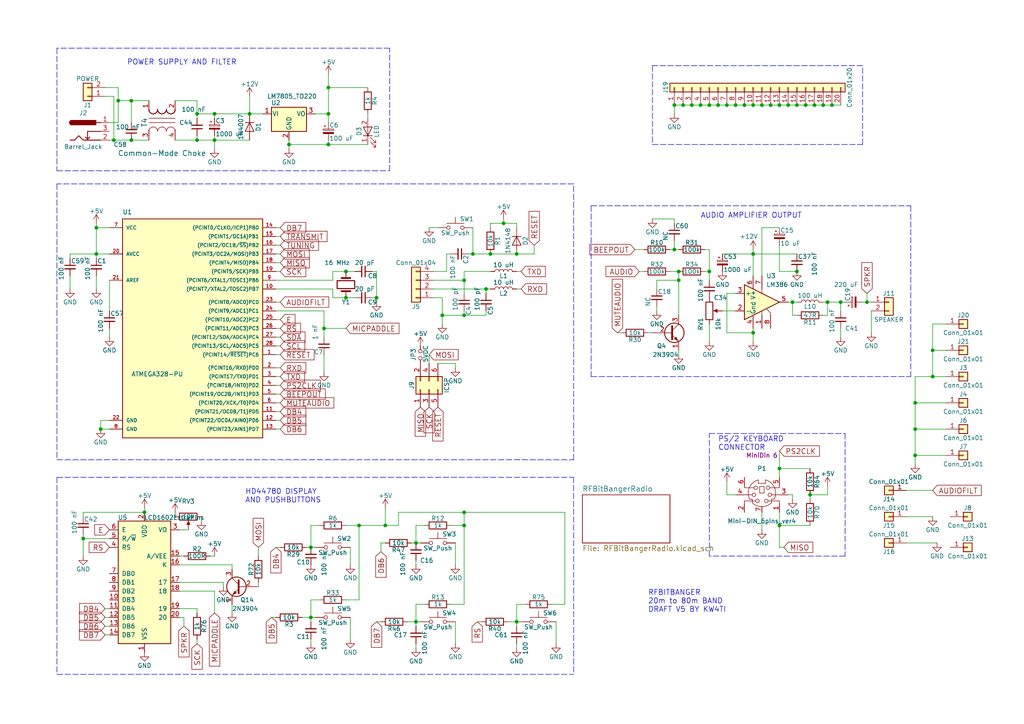
<source format=kicad_sch>
(kicad_sch (version 20211123) (generator eeschema)
  (paper "A4")
  (junction (at 265.43 116.84))
  (junction (at 198.12 30.48))
  (junction (at 265.43 132.08))
  (junction (at 100.33 78.74))
  (junction (at 195.58 30.48))
  (junction (at 120.65 157.48))
  (junction (at 231.14 78.74))
  (junction (at 218.44 30.48))
  (junction (at 251.46 87.63))
  (junction (at 134.62 91.44))
  (junction (at 270.51 109.22))
  (junction (at 218.44 96.52))
  (junction (at 270.51 101.6))
  (junction (at 83.82 41.91))
  (junction (at 72.39 33.02))
  (junction (at 34.29 29.21))
  (junction (at 27.94 73.66))
  (junction (at 57.15 40.64))
  (junction (at 226.06 135.89))
  (junction (at 95.25 41.91))
  (junction (at 146.05 64.77))
  (junction (at 95.25 33.02))
  (junction (at 134.62 148.59))
  (junction (at 241.3 30.48))
  (junction (at 223.52 30.48))
  (junction (at 95.25 25.4))
  (junction (at 218.44 73.66))
  (junction (at 213.36 30.48))
  (junction (at 233.68 30.48))
  (junction (at 38.1 29.21))
  (junction (at 90.17 158.75))
  (junction (at 210.82 30.48))
  (junction (at 149.86 73.66))
  (junction (at 215.9 30.48))
  (junction (at 196.85 78.74))
  (junction (at 231.14 30.48))
  (junction (at 142.24 73.66))
  (junction (at 109.22 86.36))
  (junction (at 38.1 40.64))
  (junction (at 236.22 30.48))
  (junction (at 27.94 66.04))
  (junction (at 234.95 143.51))
  (junction (at 128.27 91.44))
  (junction (at 120.65 180.34))
  (junction (at 205.74 30.48))
  (junction (at 220.98 30.48))
  (junction (at 196.85 81.28))
  (junction (at 240.03 87.63))
  (junction (at 57.15 33.02))
  (junction (at 62.23 40.64))
  (junction (at 100.33 86.36))
  (junction (at 203.2 30.48))
  (junction (at 208.28 30.48))
  (junction (at 200.66 30.48))
  (junction (at 134.62 81.28))
  (junction (at 41.91 148.59))
  (junction (at 205.74 78.74))
  (junction (at 104.14 152.4))
  (junction (at 265.43 124.46))
  (junction (at 195.58 72.39))
  (junction (at 226.06 30.48))
  (junction (at 62.23 33.02))
  (junction (at 243.84 87.63))
  (junction (at 111.76 152.4))
  (junction (at 238.76 30.48))
  (junction (at 137.16 73.66))
  (junction (at 33.02 40.64))
  (junction (at 229.87 87.63))
  (junction (at 149.86 180.34))
  (junction (at 226.06 152.4))
  (junction (at 90.17 179.07))
  (junction (at 24.13 156.21))
  (junction (at 140.97 83.82))
  (junction (at 228.6 30.48))
  (junction (at 134.62 152.4))
  (junction (at 29.21 124.46))
  (junction (at 93.98 95.25))
  (wire (pts (xy 231.14 30.48) (xy 233.68 30.48)))
  (polyline (pts (xy 189.23 41.91) (xy 250.19 41.91)))
  (wire (pts (xy 229.87 91.44) (xy 231.14 91.44)))
  (wire (pts (xy 57.15 29.21) (xy 57.15 33.02)))
  (wire (pts (xy 120.65 157.48) (xy 121.92 157.48)))
  (wire (pts (xy 81.28 95.25) (xy 80.01 95.25)))
  (wire (pts (xy 57.15 40.64) (xy 57.15 39.37)))
  (wire (pts (xy 95.25 40.64) (xy 95.25 41.91)))
  (wire (pts (xy 27.94 73.66) (xy 27.94 74.93)))
  (wire (pts (xy 195.58 63.5) (xy 195.58 64.77)))
  (wire (pts (xy 111.76 152.4) (xy 111.76 147.32)))
  (wire (pts (xy 228.6 87.63) (xy 229.87 87.63)))
  (wire (pts (xy 96.52 83.82) (xy 80.01 83.82)))
  (wire (pts (xy 210.82 143.51) (xy 213.36 143.51)))
  (wire (pts (xy 24.13 154.94) (xy 24.13 156.21)))
  (wire (pts (xy 163.83 148.59) (xy 163.83 175.26)))
  (wire (pts (xy 203.2 30.48) (xy 205.74 30.48)))
  (wire (pts (xy 106.68 34.29) (xy 106.68 33.02)))
  (wire (pts (xy 226.06 148.59) (xy 226.06 152.4)))
  (wire (pts (xy 189.23 63.5) (xy 195.58 63.5)))
  (polyline (pts (xy 245.11 125.73) (xy 245.11 161.29)))
  (wire (pts (xy 81.28 71.12) (xy 80.01 71.12)))
  (wire (pts (xy 270.51 142.24) (xy 262.89 142.24)))
  (wire (pts (xy 81.28 106.68) (xy 80.01 106.68)))
  (wire (pts (xy 151.13 78.74) (xy 149.86 78.74)))
  (wire (pts (xy 58.42 151.13) (xy 58.42 149.86)))
  (wire (pts (xy 226.06 152.4) (xy 226.06 158.75)))
  (wire (pts (xy 265.43 124.46) (xy 265.43 132.08)))
  (wire (pts (xy 52.07 168.91) (xy 64.77 168.91)))
  (wire (pts (xy 90.17 158.75) (xy 90.17 152.4)))
  (wire (pts (xy 81.28 78.74) (xy 80.01 78.74)))
  (wire (pts (xy 38.1 40.64) (xy 43.18 40.64)))
  (wire (pts (xy 62.23 40.64) (xy 72.39 40.64)))
  (wire (pts (xy 62.23 39.37) (xy 62.23 40.64)))
  (wire (pts (xy 152.4 175.26) (xy 149.86 175.26)))
  (wire (pts (xy 243.84 87.63) (xy 243.84 90.17)))
  (wire (pts (xy 106.68 25.4) (xy 95.25 25.4)))
  (wire (pts (xy 120.65 175.26) (xy 120.65 180.34)))
  (wire (pts (xy 130.81 73.66) (xy 129.54 73.66)))
  (wire (pts (xy 20.32 83.82) (xy 20.32 80.01)))
  (wire (pts (xy 205.74 93.98) (xy 205.74 99.06)))
  (wire (pts (xy 194.31 72.39) (xy 195.58 72.39)))
  (wire (pts (xy 29.21 121.92) (xy 31.75 121.92)))
  (wire (pts (xy 90.17 179.07) (xy 90.17 180.34)))
  (wire (pts (xy 270.51 93.98) (xy 270.51 101.6)))
  (wire (pts (xy 234.95 143.51) (xy 234.95 144.78)))
  (wire (pts (xy 274.32 101.6) (xy 270.51 101.6)))
  (wire (pts (xy 240.03 87.63) (xy 240.03 91.44)))
  (wire (pts (xy 72.39 33.02) (xy 76.2 33.02)))
  (wire (pts (xy 118.11 180.34) (xy 120.65 180.34)))
  (wire (pts (xy 81.28 73.66) (xy 80.01 73.66)))
  (wire (pts (xy 132.08 180.34) (xy 132.08 186.69)))
  (polyline (pts (xy 113.03 13.97) (xy 16.51 13.97)))
  (wire (pts (xy 34.29 29.21) (xy 34.29 35.56)))
  (wire (pts (xy 233.68 30.48) (xy 236.22 30.48)))
  (wire (pts (xy 90.17 152.4) (xy 92.71 152.4)))
  (wire (pts (xy 67.31 163.83) (xy 67.31 165.1)))
  (wire (pts (xy 30.48 27.94) (xy 33.02 27.94)))
  (wire (pts (xy 38.1 29.21) (xy 43.18 29.21)))
  (wire (pts (xy 236.22 30.48) (xy 238.76 30.48)))
  (wire (pts (xy 120.65 152.4) (xy 123.19 152.4)))
  (wire (pts (xy 196.85 81.28) (xy 196.85 91.44)))
  (wire (pts (xy 243.84 87.63) (xy 245.11 87.63)))
  (wire (pts (xy 134.62 78.74) (xy 134.62 81.28)))
  (wire (pts (xy 243.84 97.79) (xy 243.84 95.25)))
  (wire (pts (xy 111.76 152.4) (xy 115.57 152.4)))
  (wire (pts (xy 163.83 175.26) (xy 160.02 175.26)))
  (wire (pts (xy 142.24 73.66) (xy 149.86 73.66)))
  (polyline (pts (xy 16.51 13.97) (xy 16.51 49.53)))
  (wire (pts (xy 29.21 124.46) (xy 29.21 121.92)))
  (wire (pts (xy 31.75 40.64) (xy 33.02 40.64)))
  (polyline (pts (xy 171.45 59.69) (xy 171.45 109.22)))
  (wire (pts (xy 189.23 96.52) (xy 187.96 96.52)))
  (wire (pts (xy 270.51 149.86) (xy 262.89 149.86)))
  (wire (pts (xy 54.61 153.67) (xy 52.07 153.67)))
  (wire (pts (xy 31.75 181.61) (xy 30.48 181.61)))
  (wire (pts (xy 93.98 95.25) (xy 93.98 97.79)))
  (wire (pts (xy 24.13 148.59) (xy 24.13 149.86)))
  (wire (pts (xy 200.66 30.48) (xy 203.2 30.48)))
  (wire (pts (xy 226.06 71.12) (xy 226.06 78.74)))
  (wire (pts (xy 41.91 147.32) (xy 41.91 148.59)))
  (wire (pts (xy 104.14 152.4) (xy 104.14 173.99)))
  (wire (pts (xy 210.82 96.52) (xy 218.44 96.52)))
  (wire (pts (xy 93.98 95.25) (xy 100.33 95.25)))
  (wire (pts (xy 215.9 30.48) (xy 218.44 30.48)))
  (wire (pts (xy 53.34 181.61) (xy 53.34 179.07)))
  (wire (pts (xy 129.54 78.74) (xy 125.73 78.74)))
  (wire (pts (xy 186.69 78.74) (xy 185.42 78.74)))
  (wire (pts (xy 120.65 187.96) (xy 120.65 186.69)))
  (polyline (pts (xy 16.51 195.58) (xy 166.37 195.58)))
  (wire (pts (xy 218.44 73.66) (xy 231.14 73.66)))
  (wire (pts (xy 198.12 30.48) (xy 200.66 30.48)))
  (wire (pts (xy 139.7 180.34) (xy 138.43 180.34)))
  (wire (pts (xy 57.15 33.02) (xy 62.23 33.02)))
  (wire (pts (xy 81.28 102.87) (xy 80.01 102.87)))
  (wire (pts (xy 265.43 132.08) (xy 265.43 134.62)))
  (wire (pts (xy 195.58 33.02) (xy 195.58 30.48)))
  (polyline (pts (xy 171.45 109.22) (xy 264.16 109.22)))
  (wire (pts (xy 129.54 73.66) (xy 129.54 78.74)))
  (wire (pts (xy 67.31 177.8) (xy 67.31 175.26)))
  (wire (pts (xy 104.14 152.4) (xy 111.76 152.4)))
  (wire (pts (xy 238.76 87.63) (xy 240.03 87.63)))
  (wire (pts (xy 52.07 163.83) (xy 67.31 163.83)))
  (wire (pts (xy 265.43 116.84) (xy 265.43 124.46)))
  (wire (pts (xy 128.27 86.36) (xy 128.27 91.44)))
  (wire (pts (xy 137.16 73.66) (xy 142.24 73.66)))
  (wire (pts (xy 57.15 185.42) (xy 57.15 186.69)))
  (wire (pts (xy 146.05 63.5) (xy 146.05 64.77)))
  (wire (pts (xy 218.44 72.39) (xy 218.44 73.66)))
  (wire (pts (xy 81.28 111.76) (xy 80.01 111.76)))
  (polyline (pts (xy 16.51 138.43) (xy 166.37 138.43)))
  (wire (pts (xy 104.14 173.99) (xy 100.33 173.99)))
  (wire (pts (xy 226.06 158.75) (xy 227.33 158.75)))
  (polyline (pts (xy 245.11 161.29) (xy 205.74 161.29)))
  (wire (pts (xy 241.3 30.48) (xy 243.84 30.48)))
  (wire (pts (xy 81.28 87.63) (xy 80.01 87.63)))
  (wire (pts (xy 195.58 30.48) (xy 198.12 30.48)))
  (wire (pts (xy 81.28 66.04) (xy 80.01 66.04)))
  (wire (pts (xy 81.28 68.58) (xy 80.01 68.58)))
  (wire (pts (xy 132.08 105.41) (xy 132.08 106.68)))
  (wire (pts (xy 95.25 33.02) (xy 95.25 35.56)))
  (wire (pts (xy 186.69 72.39) (xy 184.15 72.39)))
  (wire (pts (xy 50.8 148.59) (xy 50.8 149.86)))
  (wire (pts (xy 210.82 143.51) (xy 210.82 139.7)))
  (wire (pts (xy 274.32 132.08) (xy 265.43 132.08)))
  (wire (pts (xy 115.57 148.59) (xy 134.62 148.59)))
  (wire (pts (xy 128.27 91.44) (xy 134.62 91.44)))
  (wire (pts (xy 146.05 64.77) (xy 149.86 64.77)))
  (wire (pts (xy 119.38 157.48) (xy 120.65 157.48)))
  (wire (pts (xy 20.32 74.93) (xy 20.32 73.66)))
  (wire (pts (xy 93.98 107.95) (xy 93.98 102.87)))
  (wire (pts (xy 81.28 119.38) (xy 80.01 119.38)))
  (wire (pts (xy 100.33 78.74) (xy 102.87 78.74)))
  (wire (pts (xy 134.62 90.17) (xy 134.62 91.44)))
  (wire (pts (xy 220.98 153.67) (xy 220.98 148.59)))
  (wire (pts (xy 100.33 86.36) (xy 102.87 86.36)))
  (wire (pts (xy 210.82 85.09) (xy 210.82 96.52)))
  (wire (pts (xy 218.44 96.52) (xy 218.44 99.06)))
  (wire (pts (xy 124.46 102.87) (xy 124.46 105.41)))
  (wire (pts (xy 274.32 116.84) (xy 265.43 116.84)))
  (wire (pts (xy 27.94 64.77) (xy 27.94 66.04)))
  (wire (pts (xy 190.5 83.82) (xy 190.5 81.28)))
  (wire (pts (xy 81.28 124.46) (xy 80.01 124.46)))
  (wire (pts (xy 127 105.41) (xy 132.08 105.41)))
  (wire (pts (xy 31.75 95.25) (xy 31.75 97.79)))
  (wire (pts (xy 223.52 30.48) (xy 226.06 30.48)))
  (wire (pts (xy 229.87 87.63) (xy 231.14 87.63)))
  (wire (pts (xy 100.33 152.4) (xy 104.14 152.4)))
  (wire (pts (xy 96.52 86.36) (xy 100.33 86.36)))
  (wire (pts (xy 252.73 96.52) (xy 252.73 90.17)))
  (wire (pts (xy 62.23 161.29) (xy 60.96 161.29)))
  (wire (pts (xy 120.65 163.83) (xy 120.65 162.56)))
  (wire (pts (xy 123.19 175.26) (xy 120.65 175.26)))
  (wire (pts (xy 154.94 73.66) (xy 154.94 71.12)))
  (wire (pts (xy 195.58 69.85) (xy 195.58 72.39)))
  (wire (pts (xy 134.62 175.26) (xy 130.81 175.26)))
  (wire (pts (xy 151.13 83.82) (xy 149.86 83.82)))
  (wire (pts (xy 62.23 33.02) (xy 72.39 33.02)))
  (polyline (pts (xy 166.37 53.34) (xy 16.51 53.34)))
  (wire (pts (xy 161.29 180.34) (xy 161.29 186.69)))
  (polyline (pts (xy 166.37 138.43) (xy 166.37 195.58)))
  (wire (pts (xy 220.98 80.01) (xy 220.98 66.04)))
  (wire (pts (xy 62.23 171.45) (xy 52.07 171.45)))
  (wire (pts (xy 110.49 157.48) (xy 111.76 157.48)))
  (wire (pts (xy 57.15 177.8) (xy 57.15 176.53)))
  (wire (pts (xy 64.77 168.91) (xy 64.77 170.18)))
  (wire (pts (xy 128.27 86.36) (xy 125.73 86.36)))
  (wire (pts (xy 137.16 66.04) (xy 137.16 73.66)))
  (polyline (pts (xy 113.03 49.53) (xy 113.03 13.97)))
  (wire (pts (xy 205.74 30.48) (xy 208.28 30.48)))
  (wire (pts (xy 27.94 80.01) (xy 27.94 83.82)))
  (wire (pts (xy 33.02 27.94) (xy 33.02 40.64)))
  (wire (pts (xy 190.5 81.28) (xy 196.85 81.28)))
  (wire (pts (xy 218.44 95.25) (xy 218.44 96.52)))
  (wire (pts (xy 149.86 64.77) (xy 149.86 66.04)))
  (wire (pts (xy 135.89 73.66) (xy 137.16 73.66)))
  (wire (pts (xy 74.93 158.75) (xy 74.93 161.29)))
  (wire (pts (xy 205.74 72.39) (xy 205.74 78.74)))
  (wire (pts (xy 218.44 30.48) (xy 220.98 30.48)))
  (polyline (pts (xy 171.45 59.69) (xy 264.16 59.69)))
  (wire (pts (xy 226.06 78.74) (xy 231.14 78.74)))
  (wire (pts (xy 208.28 30.48) (xy 210.82 30.48)))
  (wire (pts (xy 238.76 30.48) (xy 241.3 30.48)))
  (wire (pts (xy 81.28 97.79) (xy 80.01 97.79)))
  (wire (pts (xy 109.22 86.36) (xy 109.22 87.63)))
  (wire (pts (xy 74.93 168.91) (xy 74.93 170.18)))
  (wire (pts (xy 134.62 78.74) (xy 142.24 78.74)))
  (wire (pts (xy 134.62 152.4) (xy 134.62 175.26)))
  (wire (pts (xy 274.32 93.98) (xy 270.51 93.98)))
  (wire (pts (xy 96.52 86.36) (xy 96.52 83.82)))
  (wire (pts (xy 34.29 35.56) (xy 31.75 35.56)))
  (wire (pts (xy 250.19 87.63) (xy 251.46 87.63)))
  (wire (pts (xy 90.17 158.75) (xy 91.44 158.75)))
  (wire (pts (xy 265.43 109.22) (xy 270.51 109.22)))
  (wire (pts (xy 226.06 30.48) (xy 228.6 30.48)))
  (wire (pts (xy 92.71 173.99) (xy 90.17 173.99)))
  (wire (pts (xy 229.87 87.63) (xy 229.87 91.44)))
  (wire (pts (xy 81.28 116.84) (xy 80.01 116.84)))
  (wire (pts (xy 226.06 152.4) (xy 234.95 152.4)))
  (wire (pts (xy 30.48 25.4) (xy 34.29 25.4)))
  (wire (pts (xy 62.23 40.64) (xy 62.23 43.18)))
  (wire (pts (xy 128.27 91.44) (xy 128.27 93.98)))
  (wire (pts (xy 30.48 176.53) (xy 31.75 176.53)))
  (wire (pts (xy 218.44 73.66) (xy 218.44 80.01)))
  (wire (pts (xy 120.65 180.34) (xy 120.65 181.61)))
  (wire (pts (xy 226.06 130.81) (xy 226.06 135.89)))
  (wire (pts (xy 180.34 96.52) (xy 179.07 96.52)))
  (wire (pts (xy 83.82 41.91) (xy 95.25 41.91)))
  (wire (pts (xy 101.6 158.75) (xy 101.6 163.83)))
  (wire (pts (xy 226.06 135.89) (xy 226.06 138.43)))
  (wire (pts (xy 81.28 158.75) (xy 80.01 158.75)))
  (wire (pts (xy 81.28 114.3) (xy 80.01 114.3)))
  (wire (pts (xy 53.34 179.07) (xy 52.07 179.07)))
  (polyline (pts (xy 16.51 133.35) (xy 166.37 133.35)))
  (wire (pts (xy 93.98 90.17) (xy 80.01 90.17)))
  (wire (pts (xy 93.98 90.17) (xy 93.98 95.25)))
  (wire (pts (xy 20.32 73.66) (xy 27.94 73.66)))
  (wire (pts (xy 109.22 78.74) (xy 107.95 78.74)))
  (wire (pts (xy 95.25 41.91) (xy 106.68 41.91)))
  (wire (pts (xy 90.17 186.69) (xy 90.17 185.42)))
  (wire (pts (xy 142.24 64.77) (xy 142.24 66.04)))
  (wire (pts (xy 62.23 177.8) (xy 62.23 171.45)))
  (wire (pts (xy 57.15 40.64) (xy 62.23 40.64)))
  (wire (pts (xy 24.13 156.21) (xy 31.75 156.21)))
  (polyline (pts (xy 250.19 19.05) (xy 189.23 19.05)))
  (wire (pts (xy 229.87 144.78) (xy 229.87 143.51)))
  (wire (pts (xy 149.86 187.96) (xy 149.86 186.69)))
  (wire (pts (xy 101.6 179.07) (xy 101.6 185.42)))
  (wire (pts (xy 194.31 78.74) (xy 196.85 78.74)))
  (wire (pts (xy 125.73 83.82) (xy 140.97 83.82)))
  (polyline (pts (xy 16.51 49.53) (xy 113.03 49.53)))
  (wire (pts (xy 209.55 73.66) (xy 218.44 73.66)))
  (wire (pts (xy 88.9 158.75) (xy 90.17 158.75)))
  (wire (pts (xy 81.28 100.33) (xy 80.01 100.33)))
  (wire (pts (xy 147.32 180.34) (xy 149.86 180.34)))
  (wire (pts (xy 229.87 143.51) (xy 228.6 143.51)))
  (wire (pts (xy 57.15 29.21) (xy 50.8 29.21)))
  (wire (pts (xy 83.82 40.64) (xy 83.82 41.91)))
  (wire (pts (xy 90.17 173.99) (xy 90.17 179.07)))
  (wire (pts (xy 34.29 25.4) (xy 34.29 29.21)))
  (wire (pts (xy 195.58 72.39) (xy 196.85 72.39)))
  (polyline (pts (xy 205.74 125.73) (xy 245.11 125.73)))
  (wire (pts (xy 240.03 140.97) (xy 240.03 143.51)))
  (wire (pts (xy 220.98 66.04) (xy 226.06 66.04)))
  (wire (pts (xy 96.52 78.74) (xy 100.33 78.74)))
  (wire (pts (xy 31.75 90.17) (xy 31.75 81.28)))
  (wire (pts (xy 213.36 85.09) (xy 210.82 85.09)))
  (wire (pts (xy 140.97 85.09) (xy 140.97 83.82)))
  (wire (pts (xy 205.74 78.74) (xy 204.47 78.74)))
  (wire (pts (xy 120.65 180.34) (xy 121.92 180.34)))
  (wire (pts (xy 251.46 85.09) (xy 251.46 87.63)))
  (wire (pts (xy 134.62 81.28) (xy 134.62 85.09)))
  (wire (pts (xy 53.34 161.29) (xy 52.07 161.29)))
  (wire (pts (xy 196.85 101.6) (xy 196.85 102.87)))
  (wire (pts (xy 134.62 91.44) (xy 140.97 91.44)))
  (wire (pts (xy 271.78 157.48) (xy 262.89 157.48)))
  (wire (pts (xy 41.91 148.59) (xy 24.13 148.59)))
  (wire (pts (xy 81.28 121.92) (xy 80.01 121.92)))
  (wire (pts (xy 24.13 156.21) (xy 24.13 161.29)))
  (wire (pts (xy 209.55 90.17) (xy 213.36 90.17)))
  (wire (pts (xy 134.62 152.4) (xy 130.81 152.4)))
  (wire (pts (xy 27.94 73.66) (xy 31.75 73.66)))
  (wire (pts (xy 80.01 179.07) (xy 78.74 179.07)))
  (polyline (pts (xy 16.51 138.43) (xy 16.51 195.58)))
  (wire (pts (xy 142.24 64.77) (xy 146.05 64.77)))
  (wire (pts (xy 29.21 124.46) (xy 31.75 124.46)))
  (wire (pts (xy 149.86 180.34) (xy 151.13 180.34)))
  (wire (pts (xy 220.98 30.48) (xy 223.52 30.48)))
  (polyline (pts (xy 189.23 19.05) (xy 189.23 41.91)))
  (wire (pts (xy 27.94 66.04) (xy 31.75 66.04)))
  (wire (pts (xy 83.82 41.91) (xy 83.82 43.18)))
  (wire (pts (xy 62.23 33.02) (xy 62.23 34.29)))
  (wire (pts (xy 226.06 135.89) (xy 234.95 135.89)))
  (wire (pts (xy 110.49 180.34) (xy 109.22 180.34)))
  (wire (pts (xy 107.95 86.36) (xy 109.22 86.36)))
  (wire (pts (xy 228.6 30.48) (xy 231.14 30.48)))
  (wire (pts (xy 50.8 40.64) (xy 57.15 40.64)))
  (wire (pts (xy 31.75 179.07) (xy 30.48 179.07)))
  (wire (pts (xy 27.94 66.04) (xy 27.94 73.66)))
  (wire (pts (xy 31.75 184.15) (xy 30.48 184.15)))
  (wire (pts (xy 95.25 25.4) (xy 95.25 33.02)))
  (wire (pts (xy 87.63 179.07) (xy 90.17 179.07)))
  (wire (pts (xy 132.08 157.48) (xy 132.08 163.83)))
  (wire (pts (xy 240.03 87.63) (xy 243.84 87.63)))
  (wire (pts (xy 96.52 81.28) (xy 80.01 81.28)))
  (polyline (pts (xy 166.37 133.35) (xy 166.37 53.34)))
  (wire (pts (xy 124.46 66.04) (xy 127 66.04)))
  (wire (pts (xy 240.03 91.44) (xy 238.76 91.44)))
  (wire (pts (xy 95.25 33.02) (xy 91.44 33.02)))
  (wire (pts (xy 33.02 40.64) (xy 38.1 40.64)))
  (wire (pts (xy 213.36 30.48) (xy 215.9 30.48)))
  (wire (pts (xy 205.74 78.74) (xy 205.74 81.28)))
  (wire (pts (xy 72.39 33.02) (xy 72.39 27.94)))
  (wire (pts (xy 81.28 92.71) (xy 80.01 92.71)))
  (wire (pts (xy 81.28 109.22) (xy 80.01 109.22)))
  (wire (pts (xy 196.85 78.74) (xy 196.85 81.28)))
  (wire (pts (xy 270.51 101.6) (xy 270.51 109.22)))
  (wire (pts (xy 115.57 152.4) (xy 115.57 148.59)))
  (wire (pts (xy 210.82 30.48) (xy 213.36 30.48)))
  (polyline (pts (xy 250.19 41.91) (xy 250.19 19.05)))
  (wire (pts (xy 57.15 33.02) (xy 57.15 34.29)))
  (wire (pts (xy 81.28 76.2) (xy 80.01 76.2)))
  (wire (pts (xy 140.97 83.82) (xy 142.24 83.82)))
  (wire (pts (xy 265.43 109.22) (xy 265.43 116.84)))
  (wire (pts (xy 270.51 109.22) (xy 274.32 109.22)))
  (wire (pts (xy 251.46 87.63) (xy 252.73 87.63)))
  (wire (pts (xy 34.29 29.21) (xy 38.1 29.21)))
  (polyline (pts (xy 16.51 53.34) (xy 16.51 133.35)))
  (polyline (pts (xy 264.16 59.69) (xy 264.16 109.22)))
  (wire (pts (xy 274.32 124.46) (xy 265.43 124.46)))
  (wire (pts (xy 240.03 143.51) (xy 234.95 143.51)))
  (wire (pts (xy 149.86 175.26) (xy 149.86 180.34)))
  (wire (pts (xy 95.25 21.59) (xy 95.25 25.4)))
  (wire (pts (xy 120.65 152.4) (xy 120.65 157.48)))
  (wire (pts (xy 134.62 148.59) (xy 134.62 152.4)))
  (wire (pts (xy 149.86 180.34) (xy 149.86 181.61)))
  (polyline (pts (xy 205.74 161.29) (xy 205.74 125.73)))
  (wire (pts (xy 38.1 35.56) (xy 38.1 29.21)))
  (wire (pts (xy 134.62 81.28) (xy 125.73 81.28)))
  (wire (pts (xy 134.62 148.59) (xy 163.83 148.59)))
  (wire (pts (xy 90.17 179.07) (xy 91.44 179.07)))
  (wire (pts (xy 140.97 91.44) (xy 140.97 90.17)))
  (wire (pts (xy 110.49 160.02) (xy 110.49 157.48)))
  (wire (pts (xy 57.15 176.53) (xy 52.07 176.53)))
  (wire (pts (xy 96.52 78.74) (xy 96.52 81.28)))
  (wire (pts (xy 190.5 88.9) (xy 190.5 90.17)))
  (wire (pts (xy 149.86 73.66) (xy 154.94 73.66)))
  (wire (pts (xy 204.47 72.39) (xy 205.74 72.39)))
  (wire (pts (xy 109.22 78.74) (xy 109.22 86.36)))
  (text "POWER SUPPLY AND FILTER" (at 36.83 19.05 0) (effects (font (size 1.524 1.524)) (justify left bottom)))
  (text "PS/2 KEYBOARD\nCONNECTOR" (at 208.28 130.81 0) (effects (font (size 1.524 1.524)) (justify left bottom)))
  (text "AUDIO AMPLIFIER OUTPUT" (at 203.2 63.5 0) (effects (font (size 1.524 1.524)) (justify left bottom)))
  (text "RFBITBANGER\n20m to 80m BAND\nDRAFT V5 BY KW4TI" (at 187.96 177.8 0) (effects (font (size 1.524 1.524)) (justify left bottom)))
  (text "HD44780 DISPLAY\nAND PUSHBUTTONS" (at 71.12 146.05 0) (effects (font (size 1.524 1.524)) (justify left bottom)))
  (global_label "DB4" (shape input) (at 30.48 176.53 180) (effects (font (size 1.524 1.524))) (property "Intersheet References" "${INTERSHEET_REFS}" (effects hide)))
  (global_label "PS2CLK" (shape input) (at 226.06 130.81 0) (effects (font (size 1.524 1.524))) (property "Intersheet References" "${INTERSHEET_REFS}" (effects hide)))
  (global_label "MISO" (shape input) (at 121.92 118.11 270) (effects (font (size 1.524 1.524))) (property "Intersheet References" "${INTERSHEET_REFS}" (effects hide)))
  (global_label "RS" (shape input) (at 138.43 180.34 270) (effects (font (size 1.524 1.524))) (property "Intersheet References" "${INTERSHEET_REFS}" (effects hide)))
  (global_label "RS" (shape input) (at 31.75 158.75 180) (effects (font (size 1.524 1.524))) (property "Intersheet References" "${INTERSHEET_REFS}" (effects hide)))
  (global_label "MOSI" (shape input) (at 74.93 158.75 90) (effects (font (size 1.524 1.524))) (property "Intersheet References" "${INTERSHEET_REFS}" (effects hide)))
  (global_label "RESET" (shape input) (at 127 118.11 270) (effects (font (size 1.524 1.524))) (property "Intersheet References" "${INTERSHEET_REFS}" (effects hide)))
  (global_label "RESET" (shape input) (at 81.28 102.87 0) (effects (font (size 1.524 1.524))) (property "Intersheet References" "${INTERSHEET_REFS}" (effects hide)))
  (global_label "DB5" (shape input) (at 30.48 179.07 180) (effects (font (size 1.524 1.524))) (property "Intersheet References" "${INTERSHEET_REFS}" (effects hide)))
  (global_label "SCK" (shape input) (at 81.28 78.74 0) (effects (font (size 1.524 1.524))) (property "Intersheet References" "${INTERSHEET_REFS}" (effects hide)))
  (global_label "TUNING" (shape input) (at 81.28 71.12 0) (effects (font (size 1.524 1.524))) (property "Intersheet References" "${INTERSHEET_REFS}" (effects hide)))
  (global_label "SCK" (shape input) (at 124.46 118.11 270) (effects (font (size 1.524 1.524))) (property "Intersheet References" "${INTERSHEET_REFS}" (effects hide)))
  (global_label "SDA" (shape input) (at 81.28 97.79 0) (effects (font (size 1.524 1.524))) (property "Intersheet References" "${INTERSHEET_REFS}" (effects hide)))
  (global_label "SCL" (shape input) (at 81.28 100.33 0) (effects (font (size 1.524 1.524))) (property "Intersheet References" "${INTERSHEET_REFS}" (effects hide)))
  (global_label "MISO" (shape input) (at 227.33 158.75 0) (effects (font (size 1.524 1.524))) (property "Intersheet References" "${INTERSHEET_REFS}" (effects hide)))
  (global_label "DB6" (shape input) (at 81.28 124.46 0) (effects (font (size 1.524 1.524))) (property "Intersheet References" "${INTERSHEET_REFS}" (effects hide)))
  (global_label "RESET" (shape input) (at 154.94 71.12 90) (effects (font (size 1.524 1.524))) (property "Intersheet References" "${INTERSHEET_REFS}" (effects hide)))
  (global_label "MICPADDLE" (shape input) (at 100.33 95.25 0) (effects (font (size 1.524 1.524))) (property "Intersheet References" "${INTERSHEET_REFS}" (effects hide)))
  (global_label "RXD" (shape input) (at 151.13 83.82 0) (effects (font (size 1.524 1.524))) (property "Intersheet References" "${INTERSHEET_REFS}" (effects hide)))
  (global_label "SPKR" (shape input) (at 53.34 181.61 270) (effects (font (size 1.524 1.524))) (property "Intersheet References" "${INTERSHEET_REFS}" (effects hide)))
  (global_label "TXD" (shape input) (at 151.13 78.74 0) (effects (font (size 1.524 1.524))) (property "Intersheet References" "${INTERSHEET_REFS}" (effects hide)))
  (global_label "RS" (shape input) (at 81.28 95.25 0) (effects (font (size 1.524 1.524))) (property "Intersheet References" "${INTERSHEET_REFS}" (effects hide)))
  (global_label "AUDIO" (shape input) (at 185.42 78.74 180) (effects (font (size 1.524 1.524))) (property "Intersheet References" "${INTERSHEET_REFS}" (effects hide)))
  (global_label "DB7" (shape input) (at 109.22 180.34 270) (effects (font (size 1.524 1.524))) (property "Intersheet References" "${INTERSHEET_REFS}" (effects hide)))
  (global_label "MOSI" (shape input) (at 81.28 73.66 0) (effects (font (size 1.524 1.524))) (property "Intersheet References" "${INTERSHEET_REFS}" (effects hide)))
  (global_label "AUDIOFILT" (shape input) (at 270.51 142.24 0) (effects (font (size 1.524 1.524))) (property "Intersheet References" "${INTERSHEET_REFS}" (effects hide)))
  (global_label "MICPADDLE" (shape input) (at 62.23 177.8 270) (effects (font (size 1.524 1.524))) (property "Intersheet References" "${INTERSHEET_REFS}" (effects hide)))
  (global_label "DB5" (shape input) (at 78.74 179.07 270) (effects (font (size 1.524 1.524))) (property "Intersheet References" "${INTERSHEET_REFS}" (effects hide)))
  (global_label "BEEPOUT" (shape input) (at 184.15 72.39 180) (effects (font (size 1.524 1.524))) (property "Intersheet References" "${INTERSHEET_REFS}" (effects hide)))
  (global_label "DB6" (shape input) (at 110.49 160.02 270) (effects (font (size 1.524 1.524))) (property "Intersheet References" "${INTERSHEET_REFS}" (effects hide)))
  (global_label "SPKR" (shape input) (at 251.46 85.09 90) (effects (font (size 1.524 1.524))) (property "Intersheet References" "${INTERSHEET_REFS}" (effects hide)))
  (global_label "SCK" (shape input) (at 57.15 186.69 270) (effects (font (size 1.524 1.524))) (property "Intersheet References" "${INTERSHEET_REFS}" (effects hide)))
  (global_label "TXD" (shape input) (at 81.28 109.22 0) (effects (font (size 1.524 1.524))) (property "Intersheet References" "${INTERSHEET_REFS}" (effects hide)))
  (global_label "DB4" (shape input) (at 81.28 119.38 0) (effects (font (size 1.524 1.524))) (property "Intersheet References" "${INTERSHEET_REFS}" (effects hide)))
  (global_label "DB7" (shape input) (at 30.48 184.15 180) (effects (font (size 1.524 1.524))) (property "Intersheet References" "${INTERSHEET_REFS}" (effects hide)))
  (global_label "DB4" (shape input) (at 80.01 158.75 270) (effects (font (size 1.524 1.524))) (property "Intersheet References" "${INTERSHEET_REFS}" (effects hide)))
  (global_label "DB7" (shape input) (at 81.28 66.04 0) (effects (font (size 1.524 1.524))) (property "Intersheet References" "${INTERSHEET_REFS}" (effects hide)))
  (global_label "DB5" (shape input) (at 81.28 121.92 0) (effects (font (size 1.524 1.524))) (property "Intersheet References" "${INTERSHEET_REFS}" (effects hide)))
  (global_label "MOSI" (shape input) (at 124.46 102.87 0) (effects (font (size 1.524 1.524))) (property "Intersheet References" "${INTERSHEET_REFS}" (effects hide)))
  (global_label "BEEPOUT" (shape input) (at 81.28 114.3 0) (effects (font (size 1.524 1.524))) (property "Intersheet References" "${INTERSHEET_REFS}" (effects hide)))
  (global_label "MISO" (shape input) (at 81.28 76.2 0) (effects (font (size 1.524 1.524))) (property "Intersheet References" "${INTERSHEET_REFS}" (effects hide)))
  (global_label "E" (shape input) (at 31.75 153.67 180) (effects (font (size 1.524 1.524))) (property "Intersheet References" "${INTERSHEET_REFS}" (effects hide)))
  (global_label "DB6" (shape input) (at 30.48 181.61 180) (effects (font (size 1.524 1.524))) (property "Intersheet References" "${INTERSHEET_REFS}" (effects hide)))
  (global_label "TRANSMIT" (shape input) (at 81.28 68.58 0) (effects (font (size 1.524 1.524))) (property "Intersheet References" "${INTERSHEET_REFS}" (effects hide)))
  (global_label "RXD" (shape input) (at 81.28 106.68 0) (effects (font (size 1.524 1.524))) (property "Intersheet References" "${INTERSHEET_REFS}" (effects hide)))
  (global_label "PS2CLK" (shape input) (at 81.28 111.76 0) (effects (font (size 1.524 1.524))) (property "Intersheet References" "${INTERSHEET_REFS}" (effects hide)))
  (global_label "MUTEAUDIO" (shape input) (at 179.07 96.52 90) (effects (font (size 1.524 1.524))) (property "Intersheet References" "${INTERSHEET_REFS}" (effects hide)))
  (global_label "E" (shape input) (at 81.28 92.71 0) (effects (font (size 1.524 1.524))) (property "Intersheet References" "${INTERSHEET_REFS}" (effects hide)))
  (global_label "MUTEAUDIO" (shape input) (at 81.28 116.84 0) (effects (font (size 1.524 1.524))) (property "Intersheet References" "${INTERSHEET_REFS}" (effects hide)))
  (global_label "AUDIOFILT" (shape input) (at 81.28 87.63 0) (effects (font (size 1.524 1.524))) (property "Intersheet References" "${INTERSHEET_REFS}" (effects hide)))
  (symbol (lib_id "RFBitBanger-rescue:ATMEGA328-PU") (at 54.61 93.98 0) (unit 1)
    (property "Reference" "U1" (at 35.56 62.23 0) (effects (justify left bottom)))
    (property "Value" "ATMEGA328-PU" (at 38.1 109.22 0) (effects (justify left bottom)))
    (property "Footprint" "Housings_DIP:DIP-28_W7.62mm_Socket" (effects hide))
  )
  (symbol (lib_id "RFBitBanger-rescue:Barrel_Jack") (at 24.13 38.1 0) (unit 1)
    (property "Reference" "J2" (at 24.13 32.766 0))
    (property "Value" "Barrel_Jack" (at 24.13 42.545 0))
    (property "Footprint" "Connectors:BARREL_JACK" (effects hide))
  )
  (symbol (lib_id "RFBitBanger-rescue:CP_Small") (at 62.23 36.83 0) (unit 1)
    (property "Reference" "C3" (at 62.484 35.052 0) (effects (justify left)))
    (property "Value" "1000 uF" (at 62.484 38.862 0) (effects (justify left)))
    (property "Footprint" "Capacitors_THT:CP_Radial_D8.0mm_P3.50mm" (effects hide))
  )
  (symbol (lib_id "RFBitBanger-rescue:LM7805_TO220") (at 83.82 33.02 0) (unit 1)
    (property "Reference" "U2" (at 80.01 29.845 0))
    (property "Value" "LM7805_TO220" (at 77.47 27.94 0) (effects (justify left)))
    (property "Footprint" "TO_SOT_Packages_THT:TO-220-3_Vertical" (effects hide))
  )
  (symbol (lib_id "RFBitBanger-rescue:GND") (at 83.82 43.18 0) (unit 1)
    (property "Reference" "#PWR01" (effects hide))
    (property "Value" "GND" (at 83.82 46.99 0))
  )
  (symbol (lib_id "RFBitBanger-rescue:GND") (at 62.23 43.18 0) (unit 1)
    (property "Reference" "#PWR02" (effects hide))
    (property "Value" "GND" (at 62.23 46.99 0))
  )
  (symbol (lib_id "RFBitBanger-rescue:+12V") (at 72.39 27.94 0) (unit 1)
    (property "Reference" "#PWR03" (effects hide))
    (property "Value" "+12V" (at 72.39 24.384 0))
  )
  (symbol (lib_id "RFBitBanger-rescue:+5V") (at 95.25 21.59 0) (unit 1)
    (property "Reference" "#PWR04" (effects hide))
    (property "Value" "+5V" (at 95.25 18.034 0))
  )
  (symbol (lib_id "RFBitBanger-rescue:CP_Small") (at 95.25 38.1 0) (unit 1)
    (property "Reference" "C6" (at 95.504 36.322 0) (effects (justify left)))
    (property "Value" "100 uF" (at 95.504 40.132 0) (effects (justify left)))
    (property "Footprint" "Capacitors_THT:CP_Radial_D5.0mm_P2.50mm" (effects hide))
  )
  (symbol (lib_id "RFBitBanger-rescue:R") (at 106.68 29.21 0) (unit 1)
    (property "Reference" "R4" (at 108.712 29.21 90))
    (property "Value" "1k" (at 106.68 29.21 90))
    (property "Footprint" "Resistors_THT:R_Axial_DIN0207_L6.3mm_D2.5mm_P7.62mm_Horizontal" (effects hide))
  )
  (symbol (lib_id "RFBitBanger-rescue:LED") (at 106.68 38.1 90) (unit 1)
    (property "Reference" "D3" (at 104.14 38.1 0))
    (property "Value" "LED" (at 109.22 38.1 0))
    (property "Footprint" "LEDs:LED_D3.0mm" (effects hide))
  )
  (symbol (lib_id "RFBitBanger-rescue:+5V") (at 27.94 64.77 0) (unit 1)
    (property "Reference" "#PWR05" (effects hide))
    (property "Value" "+5V" (at 27.94 61.214 0))
  )
  (symbol (lib_id "RFBitBanger-rescue:C_Small") (at 27.94 77.47 0) (unit 1)
    (property "Reference" "C1" (at 28.194 75.692 0) (effects (justify left)))
    (property "Value" "100 nF" (at 25.4 81.28 90) (effects (justify left)))
    (property "Footprint" "Capacitors_THT:C_Disc_D5.0mm_W2.5mm_P2.50mm" (effects hide))
  )
  (symbol (lib_id "RFBitBanger-rescue:GND") (at 27.94 83.82 0) (unit 1)
    (property "Reference" "#PWR06" (effects hide))
    (property "Value" "GND" (at 27.94 87.63 0))
  )
  (symbol (lib_id "RFBitBanger-rescue:GND") (at 29.21 124.46 0) (unit 1)
    (property "Reference" "#PWR07" (effects hide))
    (property "Value" "GND" (at 29.21 128.27 0))
  )
  (symbol (lib_id "RFBitBanger-rescue:Crystal") (at 100.33 82.55 270) (unit 1)
    (property "Reference" "Y1" (at 100.33 87.63 90))
    (property "Value" "16 MHz" (at 97.79 76.2 90))
    (property "Footprint" "Crystals:Crystal_HC49-U_Vertical" (effects hide))
  )
  (symbol (lib_id "RFBitBanger-rescue:C_Small") (at 105.41 78.74 270) (unit 1)
    (property "Reference" "C8" (at 106.68 80.01 90) (effects (justify left)))
    (property "Value" "20 pF" (at 102.87 76.2 90) (effects (justify left)))
    (property "Footprint" "Capacitors_THT:C_Disc_D5.0mm_W2.5mm_P5.00mm" (effects hide))
  )
  (symbol (lib_id "RFBitBanger-rescue:C_Small") (at 105.41 86.36 270) (unit 1)
    (property "Reference" "C9" (at 106.68 87.63 90) (effects (justify left)))
    (property "Value" "20 pF" (at 102.87 83.82 90) (effects (justify left)))
    (property "Footprint" "Capacitors_THT:C_Disc_D5.0mm_W2.5mm_P5.00mm" (effects hide))
  )
  (symbol (lib_id "RFBitBanger-rescue:GND") (at 109.22 87.63 0) (unit 1)
    (property "Reference" "#PWR08" (effects hide))
    (property "Value" "GND" (at 109.22 91.44 0))
  )
  (symbol (lib_id "RFBitBanger-rescue:Conn_02x03_Odd_Even") (at 124.46 113.03 90) (unit 1)
    (property "Reference" "J9" (at 119.38 111.76 0))
    (property "Value" "ICSP" (at 129.54 111.76 0))
    (property "Footprint" "Pin_Headers:Pin_Header_Straight_2x03_Pitch2.54mm" (effects hide))
  )
  (symbol (lib_id "RFBitBanger-rescue:+5V") (at 121.92 100.33 0) (unit 1)
    (property "Reference" "#PWR09" (effects hide))
    (property "Value" "+5V" (at 121.92 96.774 0))
  )
  (symbol (lib_id "RFBitBanger-rescue:GND") (at 132.08 106.68 0) (unit 1)
    (property "Reference" "#PWR010" (effects hide))
    (property "Value" "GND" (at 132.08 110.49 0))
  )
  (symbol (lib_id "RFBitBanger-rescue:Conn_01x04") (at 120.65 83.82 180) (unit 1)
    (property "Reference" "J5" (at 120.65 88.9 0))
    (property "Value" "Conn_01x04" (at 120.65 76.2 0))
    (property "Footprint" "Pin_Headers:Pin_Header_Straight_1x04_Pitch2.54mm" (effects hide))
  )
  (symbol (lib_id "RFBitBanger-rescue:C_Small") (at 133.35 73.66 270) (unit 1)
    (property "Reference" "C2" (at 135.128 73.914 0) (effects (justify left)))
    (property "Value" "100 nF" (at 131.318 73.914 0) (effects (justify left)))
    (property "Footprint" "Capacitors_THT:C_Disc_D5.0mm_W2.5mm_P2.50mm" (effects hide))
  )
  (symbol (lib_id "RFBitBanger-rescue:SW_Push") (at 132.08 66.04 0) (unit 1)
    (property "Reference" "SW1" (at 133.35 63.5 0) (effects (justify left)))
    (property "Value" "SW_Push" (at 132.08 67.564 0))
    (property "Footprint" "Buttons_Switches_THT:SW_PUSH_6mm" (effects hide))
  )
  (symbol (lib_id "RFBitBanger-rescue:GND") (at 124.46 66.04 0) (unit 1)
    (property "Reference" "#PWR011" (effects hide))
    (property "Value" "GND" (at 124.46 69.85 0))
  )
  (symbol (lib_id "RFBitBanger-rescue:R") (at 142.24 69.85 0) (unit 1)
    (property "Reference" "R1" (at 144.272 69.85 90))
    (property "Value" "10k" (at 142.24 69.85 90))
    (property "Footprint" "Resistors_THT:R_Axial_DIN0207_L6.3mm_D2.5mm_P7.62mm_Horizontal" (effects hide))
  )
  (symbol (lib_id "RFBitBanger-rescue:D") (at 149.86 69.85 270) (unit 1)
    (property "Reference" "D2" (at 152.4 69.85 0))
    (property "Value" "1N4148" (at 147.32 69.85 0))
    (property "Footprint" "Diodes_THT:D_DO-35_SOD27_P7.62mm_Horizontal" (effects hide))
  )
  (symbol (lib_id "RFBitBanger-rescue:+5V") (at 146.05 63.5 0) (unit 1)
    (property "Reference" "#PWR012" (effects hide))
    (property "Value" "+5V" (at 146.05 59.944 0))
  )
  (symbol (lib_id "RFBitBanger-rescue:L") (at 146.05 78.74 90) (unit 1)
    (property "Reference" "L1" (at 146.05 80.01 90))
    (property "Value" "10 uH" (at 146.05 76.835 90))
    (property "Footprint" "Inductors_THT:L_Axial_L6.6mm_D2.7mm_P10.16mm_Horizontal_Vishay_IM-2" (effects hide))
  )
  (symbol (lib_id "RFBitBanger-rescue:L") (at 146.05 83.82 90) (unit 1)
    (property "Reference" "L2" (at 146.05 85.09 90))
    (property "Value" "10 uH" (at 146.05 81.915 90))
    (property "Footprint" "Inductors_THT:L_Axial_L6.6mm_D2.7mm_P10.16mm_Horizontal_Vishay_IM-2" (effects hide))
  )
  (symbol (lib_id "RFBitBanger-rescue:C_Small") (at 140.97 87.63 0) (unit 1)
    (property "Reference" "C5" (at 142.24 91.44 90) (effects (justify left)))
    (property "Value" "100 pF" (at 138.43 90.17 90) (effects (justify left)))
    (property "Footprint" "Capacitors_THT:C_Disc_D5.0mm_W2.5mm_P5.00mm" (effects hide))
  )
  (symbol (lib_id "RFBitBanger-rescue:C_Small") (at 134.62 87.63 0) (unit 1)
    (property "Reference" "C4" (at 135.89 91.44 90) (effects (justify left)))
    (property "Value" "100 pF" (at 132.08 90.17 90) (effects (justify left)))
    (property "Footprint" "Capacitors_THT:C_Disc_D5.0mm_W2.5mm_P5.00mm" (effects hide))
  )
  (symbol (lib_id "RFBitBanger-rescue:D") (at 72.39 36.83 270) (unit 1)
    (property "Reference" "D1" (at 74.93 36.83 0))
    (property "Value" "1N4007" (at 69.85 36.83 0))
    (property "Footprint" "Diodes_THT:D_DO-41_SOD81_P7.62mm_Horizontal" (effects hide))
  )
  (symbol (lib_id "RFBitBanger-rescue:Conn_01x02") (at 257.81 87.63 0) (unit 1)
    (property "Reference" "J11" (at 257.81 85.09 0))
    (property "Value" "SPEAKER" (at 257.81 92.71 0))
    (property "Footprint" "Connectors_Terminal_Blocks:TerminalBlock_bornier-2_P5.08mm" (effects hide))
  )
  (symbol (lib_id "RFBitBanger-rescue:GND") (at 218.44 99.06 0) (unit 1)
    (property "Reference" "#PWR013" (effects hide))
    (property "Value" "GND" (at 218.44 102.87 0))
  )
  (symbol (lib_id "RFBitBanger-rescue:LM386") (at 220.98 87.63 0) (unit 1)
    (property "Reference" "U3" (at 222.25 80.01 0) (effects (justify left)))
    (property "Value" "LM386" (at 222.25 82.55 0) (effects (justify left)))
    (property "Footprint" "Housings_DIP:DIP-8_W7.62mm_Socket" (effects hide))
  )
  (symbol (lib_id "RFBitBanger-rescue:POT") (at 205.74 90.17 0) (unit 1)
    (property "Reference" "RV1" (at 203.2 93.98 90))
    (property "Value" "10k" (at 208.28 93.98 90))
    (property "Footprint" "RFBitBanger:Potentiometer_Big_Small_Combined" (effects hide))
  )
  (symbol (lib_id "RFBitBanger-rescue:GND") (at 205.74 99.06 0) (unit 1)
    (property "Reference" "#PWR014" (effects hide))
    (property "Value" "GND" (at 205.74 102.87 0))
  )
  (symbol (lib_id "RFBitBanger-rescue:GND") (at 252.73 96.52 0) (unit 1)
    (property "Reference" "#PWR015" (effects hide))
    (property "Value" "GND" (at 252.73 100.33 0))
  )
  (symbol (lib_id "RFBitBanger-rescue:CP_Small") (at 247.65 87.63 90) (unit 1)
    (property "Reference" "C19" (at 245.872 87.376 0) (effects (justify left)))
    (property "Value" "220 uF" (at 248.92 82.55 90) (effects (justify left)))
    (property "Footprint" "Capacitors_THT:CP_Radial_D7.5mm_P2.50mm" (effects hide))
  )
  (symbol (lib_id "RFBitBanger-rescue:GND") (at 93.98 107.95 0) (unit 1)
    (property "Reference" "#PWR016" (effects hide))
    (property "Value" "GND" (at 93.98 111.76 0))
  )
  (symbol (lib_id "RFBitBanger-rescue:C_Small") (at 93.98 100.33 180) (unit 1)
    (property "Reference" "C7" (at 93.726 102.108 0) (effects (justify left)))
    (property "Value" "1 nF" (at 91.44 93.98 90) (effects (justify left)))
    (property "Footprint" "Capacitors_THT:C_Disc_D5.0mm_W2.5mm_P5.00mm" (effects hide))
  )
  (symbol (lib_id "RFBitBanger-rescue:Conn_01x02") (at 25.4 27.94 180) (unit 1)
    (property "Reference" "J1" (at 25.4 30.48 0))
    (property "Value" "POWER" (at 25.4 22.86 0))
    (property "Footprint" "Connectors_Terminal_Blocks:TerminalBlock_bornier-2_P5.08mm" (effects hide))
  )
  (symbol (lib_id "RFBitBanger-rescue:Conn_01x01") (at 279.4 109.22 0) (unit 1)
    (property "Reference" "J3" (at 279.4 106.68 0))
    (property "Value" "Conn_01x01" (at 279.4 111.76 0))
    (property "Footprint" "Connectors:1pin" (effects hide))
  )
  (symbol (lib_id "RFBitBanger-rescue:Conn_01x01") (at 279.4 116.84 0) (unit 1)
    (property "Reference" "J4" (at 279.4 114.3 0))
    (property "Value" "Conn_01x01" (at 279.4 119.38 0))
    (property "Footprint" "Connectors:1pin" (effects hide))
  )
  (symbol (lib_id "RFBitBanger-rescue:Conn_01x01") (at 279.4 132.08 0) (unit 1)
    (property "Reference" "J7" (at 279.4 129.54 0))
    (property "Value" "Conn_01x01" (at 279.4 134.62 0))
    (property "Footprint" "Connectors:1pin" (effects hide))
  )
  (symbol (lib_id "RFBitBanger-rescue:Conn_01x01") (at 279.4 124.46 0) (unit 1)
    (property "Reference" "J6" (at 279.4 121.92 0))
    (property "Value" "Conn_01x01" (at 279.4 127 0))
    (property "Footprint" "Connectors:1pin" (effects hide))
  )
  (symbol (lib_id "RFBitBanger-rescue:SW_Push") (at 96.52 158.75 0) (unit 1)
    (property "Reference" "SW2" (at 97.79 156.21 0) (effects (justify left)))
    (property "Value" "SW_Push" (at 96.52 160.274 0))
    (property "Footprint" "Buttons_Switches_THT:SW_PUSH_6mm" (effects hide))
  )
  (symbol (lib_id "RFBitBanger-rescue:GND") (at 101.6 163.83 0) (unit 1)
    (property "Reference" "#PWR017" (effects hide))
    (property "Value" "GND" (at 101.6 167.64 0))
  )
  (symbol (lib_id "RFBitBanger-rescue:C_Small") (at 90.17 161.29 180) (unit 1)
    (property "Reference" "C10" (at 89.916 163.068 0) (effects (justify left)))
    (property "Value" "100 nF" (at 93.98 160.02 90) (effects (justify left)))
    (property "Footprint" "Capacitors_THT:C_Disc_D5.0mm_W2.5mm_P2.50mm" (effects hide))
  )
  (symbol (lib_id "RFBitBanger-rescue:GND") (at 90.17 163.83 0) (unit 1)
    (property "Reference" "#PWR018" (effects hide))
    (property "Value" "GND" (at 90.17 167.64 0))
  )
  (symbol (lib_id "RFBitBanger-rescue:R") (at 96.52 152.4 90) (unit 1)
    (property "Reference" "R6" (at 96.52 150.368 90))
    (property "Value" "1k" (at 96.52 152.4 90))
    (property "Footprint" "Resistors_THT:R_Axial_DIN0207_L6.3mm_D2.5mm_P7.62mm_Horizontal" (effects hide))
  )
  (symbol (lib_id "RFBitBanger-rescue:SW_Push") (at 127 157.48 0) (unit 1)
    (property "Reference" "SW3" (at 128.27 154.94 0) (effects (justify left)))
    (property "Value" "SW_Push" (at 127 159.004 0))
    (property "Footprint" "Buttons_Switches_THT:SW_PUSH_6mm" (effects hide))
  )
  (symbol (lib_id "RFBitBanger-rescue:GND") (at 132.08 163.83 0) (unit 1)
    (property "Reference" "#PWR019" (effects hide))
    (property "Value" "GND" (at 132.08 167.64 0))
  )
  (symbol (lib_id "RFBitBanger-rescue:C_Small") (at 120.65 160.02 180) (unit 1)
    (property "Reference" "C16" (at 125.73 162.56 0) (effects (justify left)))
    (property "Value" "100 nF" (at 116.84 160.02 90) (effects (justify left)))
    (property "Footprint" "Capacitors_THT:C_Disc_D5.0mm_W2.5mm_P2.50mm" (effects hide))
  )
  (symbol (lib_id "RFBitBanger-rescue:GND") (at 120.65 163.83 0) (unit 1)
    (property "Reference" "#PWR020" (effects hide))
    (property "Value" "GND" (at 120.65 167.64 0))
  )
  (symbol (lib_id "RFBitBanger-rescue:R") (at 127 152.4 90) (unit 1)
    (property "Reference" "R12" (at 127 150.368 90))
    (property "Value" "1k" (at 127 152.4 90))
    (property "Footprint" "Resistors_THT:R_Axial_DIN0207_L6.3mm_D2.5mm_P7.62mm_Horizontal" (effects hide))
  )
  (symbol (lib_id "RFBitBanger-rescue:SW_Push") (at 127 180.34 0) (unit 1)
    (property "Reference" "SW4" (at 128.27 177.8 0) (effects (justify left)))
    (property "Value" "SW_Push" (at 127 181.864 0))
    (property "Footprint" "Buttons_Switches_THT:SW_PUSH_6mm" (effects hide))
  )
  (symbol (lib_id "RFBitBanger-rescue:GND") (at 132.08 186.69 0) (unit 1)
    (property "Reference" "#PWR021" (effects hide))
    (property "Value" "GND" (at 132.08 190.5 0))
  )
  (symbol (lib_id "RFBitBanger-rescue:C_Small") (at 120.65 184.15 180) (unit 1)
    (property "Reference" "C17" (at 118.11 184.15 0) (effects (justify left)))
    (property "Value" "100 nF" (at 123.19 182.88 90) (effects (justify left)))
    (property "Footprint" "Capacitors_THT:C_Disc_D5.0mm_W2.5mm_P2.50mm" (effects hide))
  )
  (symbol (lib_id "RFBitBanger-rescue:GND") (at 120.65 187.96 0) (unit 1)
    (property "Reference" "#PWR022" (effects hide))
    (property "Value" "GND" (at 120.65 191.77 0))
  )
  (symbol (lib_id "RFBitBanger-rescue:R") (at 127 175.26 90) (unit 1)
    (property "Reference" "R13" (at 127 173.228 90))
    (property "Value" "1k" (at 127 175.26 90))
    (property "Footprint" "Resistors_THT:R_Axial_DIN0207_L6.3mm_D2.5mm_P7.62mm_Horizontal" (effects hide))
  )
  (symbol (lib_id "RFBitBanger-rescue:R") (at 190.5 78.74 90) (unit 1)
    (property "Reference" "R32" (at 190.5 76.708 90))
    (property "Value" "100k" (at 190.5 78.74 90))
    (property "Footprint" "Resistors_THT:R_Axial_DIN0207_L6.3mm_D2.5mm_P7.62mm_Horizontal" (effects hide))
  )
  (symbol (lib_id "RFBitBanger-rescue:SW_Push") (at 96.52 179.07 0) (unit 1)
    (property "Reference" "SW5" (at 97.79 176.53 0) (effects (justify left)))
    (property "Value" "SW_Push" (at 96.52 180.594 0))
    (property "Footprint" "Buttons_Switches_THT:SW_PUSH_6mm" (effects hide))
  )
  (symbol (lib_id "RFBitBanger-rescue:GND") (at 101.6 185.42 0) (unit 1)
    (property "Reference" "#PWR023" (effects hide))
    (property "Value" "GND" (at 101.6 189.23 0))
  )
  (symbol (lib_id "RFBitBanger-rescue:C_Small") (at 90.17 182.88 180) (unit 1)
    (property "Reference" "C11" (at 89.916 184.658 0) (effects (justify left)))
    (property "Value" "100 nF" (at 93.98 181.61 90) (effects (justify left)))
    (property "Footprint" "Capacitors_THT:C_Disc_D5.0mm_W2.5mm_P2.50mm" (effects hide))
  )
  (symbol (lib_id "RFBitBanger-rescue:GND") (at 90.17 186.69 0) (unit 1)
    (property "Reference" "#PWR024" (effects hide))
    (property "Value" "GND" (at 90.17 190.5 0))
  )
  (symbol (lib_id "RFBitBanger-rescue:R") (at 96.52 173.99 90) (unit 1)
    (property "Reference" "R33" (at 96.52 171.958 90))
    (property "Value" "1k" (at 96.52 173.99 90))
    (property "Footprint" "Resistors_THT:R_Axial_DIN0207_L6.3mm_D2.5mm_P7.62mm_Horizontal" (effects hide))
  )
  (symbol (lib_id "RFBitBanger-rescue:2N3904") (at 194.31 96.52 0) (unit 1)
    (property "Reference" "Q4" (at 190.5 100.33 0) (effects (justify left)))
    (property "Value" "2N3904" (at 189.23 102.87 0) (effects (justify left)))
    (property "Footprint" "TO_SOT_Packages_THT:TO-92_Inline_Wide" (effects hide))
  )
  (symbol (lib_id "RFBitBanger-rescue:R") (at 184.15 96.52 270) (unit 1)
    (property "Reference" "R30" (at 184.15 98.552 90))
    (property "Value" "10k" (at 184.15 96.52 90))
    (property "Footprint" "Resistors_THT:R_Axial_DIN0207_L6.3mm_D2.5mm_P7.62mm_Horizontal" (effects hide))
  )
  (symbol (lib_id "RFBitBanger-rescue:GND") (at 196.85 102.87 0) (unit 1)
    (property "Reference" "#PWR025" (effects hide))
    (property "Value" "GND" (at 196.85 106.68 0))
  )
  (symbol (lib_id "RFBitBanger-rescue:+12V") (at 218.44 72.39 0) (unit 1)
    (property "Reference" "#PWR026" (effects hide))
    (property "Value" "+12V" (at 217.17 68.58 0))
  )
  (symbol (lib_id "RFBitBanger-rescue:R") (at 200.66 72.39 90) (unit 1)
    (property "Reference" "R31" (at 200.66 70.358 90))
    (property "Value" "100k" (at 200.66 72.39 90))
    (property "Footprint" "Resistors_THT:R_Axial_DIN0207_L6.3mm_D2.5mm_P7.62mm_Horizontal" (effects hide))
  )
  (symbol (lib_id "RFBitBanger-rescue:C_Small") (at 205.74 83.82 0) (unit 1)
    (property "Reference" "C34" (at 207.01 86.36 0) (effects (justify left)))
    (property "Value" "100 nF" (at 203.2 87.63 90) (effects (justify left)))
    (property "Footprint" "Capacitors_THT:C_Disc_D5.0mm_W2.5mm_P2.50mm" (effects hide))
  )
  (symbol (lib_id "RFBitBanger-rescue:R") (at 200.66 78.74 90) (unit 1)
    (property "Reference" "R34" (at 200.66 76.708 90))
    (property "Value" "100k" (at 200.66 78.74 90))
    (property "Footprint" "Resistors_THT:R_Axial_DIN0207_L6.3mm_D2.5mm_P7.62mm_Horizontal" (effects hide))
  )
  (symbol (lib_id "RFBitBanger-rescue:C_Small") (at 231.14 76.2 0) (unit 1)
    (property "Reference" "C37" (at 231.394 74.422 0) (effects (justify left)))
    (property "Value" "100 nF" (at 236.22 80.01 90) (effects (justify left)))
    (property "Footprint" "Capacitors_THT:C_Disc_D5.0mm_W2.5mm_P2.50mm" (effects hide))
  )
  (symbol (lib_id "RFBitBanger-rescue:GND") (at 231.14 78.74 0) (unit 1)
    (property "Reference" "#PWR027" (effects hide))
    (property "Value" "GND" (at 231.14 82.55 0))
  )
  (symbol (lib_id "RFBitBanger-rescue:C_Small") (at 57.15 36.83 180) (unit 1)
    (property "Reference" "C44" (at 55.88 35.56 0) (effects (justify left)))
    (property "Value" "100 nF" (at 59.69 31.75 0) (effects (justify left)))
    (property "Footprint" "Capacitors_THT:C_Disc_D5.0mm_W2.5mm_P2.50mm" (effects hide))
  )
  (symbol (lib_id "RFBitBanger-rescue:+5V") (at 62.23 161.29 0) (unit 1)
    (property "Reference" "#PWR028" (effects hide))
    (property "Value" "+5V" (at 62.23 157.734 0))
  )
  (symbol (lib_id "RFBitBanger-rescue:R") (at 57.15 161.29 90) (unit 1)
    (property "Reference" "R2" (at 57.15 159.258 90))
    (property "Value" "100R" (at 57.15 161.29 90))
    (property "Footprint" "Resistors_THT:R_Axial_DIN0207_L6.3mm_D2.5mm_P7.62mm_Horizontal" (effects hide))
  )
  (symbol (lib_id "RFBitBanger-rescue:GND") (at 41.91 189.23 0) (unit 1)
    (property "Reference" "#PWR029" (effects hide))
    (property "Value" "GND" (at 41.91 193.04 0))
  )
  (symbol (lib_id "RFBitBanger-rescue:+5V") (at 41.91 147.32 0) (unit 1)
    (property "Reference" "#PWR030" (effects hide))
    (property "Value" "+5V" (at 41.91 143.764 0))
  )
  (symbol (lib_id "RFBitBanger-rescue:POT") (at 54.61 149.86 270) (unit 1)
    (property "Reference" "RV3" (at 54.61 145.415 90))
    (property "Value" "10k" (at 54.61 149.86 90))
    (property "Footprint" "Potentiometers:Potentiometer_Triwood_RM-065" (effects hide))
  )
  (symbol (lib_id "RFBitBanger-rescue:+5V") (at 50.8 148.59 0) (unit 1)
    (property "Reference" "#PWR031" (effects hide))
    (property "Value" "+5V" (at 50.8 145.034 0))
  )
  (symbol (lib_id "RFBitBanger-rescue:GND") (at 58.42 151.13 0) (unit 1)
    (property "Reference" "#PWR032" (effects hide))
    (property "Value" "GND" (at 58.42 154.94 0))
  )
  (symbol (lib_id "RFBitBanger-rescue:+5V") (at 111.76 147.32 0) (unit 1)
    (property "Reference" "#PWR033" (effects hide))
    (property "Value" "+5V" (at 111.76 143.764 0))
  )
  (symbol (lib_id "RFBitBanger-rescue:GND") (at 24.13 161.29 0) (unit 1)
    (property "Reference" "#PWR034" (effects hide))
    (property "Value" "GND" (at 24.13 165.1 0))
  )
  (symbol (lib_id "RFBitBanger-rescue:R") (at 85.09 158.75 270) (unit 1)
    (property "Reference" "R29" (at 85.09 160.782 90))
    (property "Value" "10k" (at 85.09 158.75 90))
    (property "Footprint" "Resistors_THT:R_Axial_DIN0207_L6.3mm_D2.5mm_P7.62mm_Horizontal" (effects hide))
  )
  (symbol (lib_id "RFBitBanger-rescue:R") (at 115.57 157.48 270) (unit 1)
    (property "Reference" "R47" (at 115.57 159.512 90))
    (property "Value" "10k" (at 115.57 157.48 90))
    (property "Footprint" "Resistors_THT:R_Axial_DIN0207_L6.3mm_D2.5mm_P7.62mm_Horizontal" (effects hide))
  )
  (symbol (lib_id "RFBitBanger-rescue:R") (at 83.82 179.07 270) (unit 1)
    (property "Reference" "R3" (at 83.82 181.102 90))
    (property "Value" "10k" (at 83.82 179.07 90))
    (property "Footprint" "Resistors_THT:R_Axial_DIN0207_L6.3mm_D2.5mm_P7.62mm_Horizontal" (effects hide))
  )
  (symbol (lib_id "RFBitBanger-rescue:R") (at 114.3 180.34 270) (unit 1)
    (property "Reference" "R46" (at 114.3 182.372 90))
    (property "Value" "10k" (at 114.3 180.34 90))
    (property "Footprint" "Resistors_THT:R_Axial_DIN0207_L6.3mm_D2.5mm_P7.62mm_Horizontal" (effects hide))
  )
  (symbol (lib_id "RFBitBanger-rescue:C_Small") (at 24.13 152.4 0) (unit 1)
    (property "Reference" "C42" (at 24.384 150.622 0) (effects (justify left)))
    (property "Value" "100 nF" (at 21.59 154.94 90) (effects (justify left)))
    (property "Footprint" "Capacitors_THT:C_Disc_D5.0mm_W2.5mm_P2.50mm" (effects hide))
  )
  (symbol (lib_id "RFBitBanger-rescue:Jumper_NO_Small") (at 121.92 102.87 90) (unit 1)
    (property "Reference" "JP3" (at 119.888 102.87 0))
    (property "Value" "5VDC" (at 123.444 102.616 0))
    (property "Footprint" "Pin_Headers:Pin_Header_Straight_1x02_Pitch2.54mm" (effects hide))
  )
  (symbol (lib_id "RFBitBanger-rescue:GND") (at 67.31 177.8 0) (unit 1)
    (property "Reference" "#PWR040" (effects hide))
    (property "Value" "GND" (at 67.31 181.61 0))
  )
  (symbol (lib_id "RFBitBanger-rescue:GND") (at 128.27 93.98 0) (unit 1)
    (property "Reference" "#PWR035" (effects hide))
    (property "Value" "GND" (at 128.27 97.79 0))
  )
  (symbol (lib_id "mini-din_6pins_ver4:Mini-DIN_6pins_ver4") (at 220.98 143.51 0) (unit 1)
    (property "Reference" "P1" (at 220.98 135.89 0))
    (property "Value" "Mini-DIN_6pins_ver4" (at 220.98 151.13 0))
    (property "Footprint" "MiniDin 6" (at 220.98 132.08 0))
  )
  (symbol (lib_id "RFBitBanger-rescue:R") (at 234.95 148.59 0) (unit 1)
    (property "Reference" "R70" (at 236.982 148.59 90))
    (property "Value" "10k" (at 234.95 148.59 90))
    (property "Footprint" "Resistors_THT:R_Axial_DIN0207_L6.3mm_D2.5mm_P7.62mm_Horizontal" (effects hide))
  )
  (symbol (lib_id "RFBitBanger-rescue:R") (at 234.95 139.7 0) (unit 1)
    (property "Reference" "R64" (at 236.982 139.7 90))
    (property "Value" "10k" (at 234.95 139.7 90))
    (property "Footprint" "Resistors_THT:R_Axial_DIN0207_L6.3mm_D2.5mm_P7.62mm_Horizontal" (effects hide))
  )
  (symbol (lib_id "RFBitBanger-rescue:+5V") (at 240.03 140.97 0) (unit 1)
    (property "Reference" "#PWR036" (effects hide))
    (property "Value" "+5V" (at 240.03 137.414 0))
  )
  (symbol (lib_id "RFBitBanger-rescue:+5V") (at 210.82 139.7 0) (unit 1)
    (property "Reference" "#PWR037" (effects hide))
    (property "Value" "+5V" (at 210.82 136.144 0))
  )
  (symbol (lib_id "RFBitBanger-rescue:GND") (at 229.87 144.78 0) (unit 1)
    (property "Reference" "#PWR038" (effects hide))
    (property "Value" "GND" (at 229.87 148.59 0))
  )
  (symbol (lib_id "RFBitBanger-rescue:GND") (at 220.98 153.67 0) (unit 1)
    (property "Reference" "#PWR039" (effects hide))
    (property "Value" "GND" (at 220.98 157.48 0))
  )
  (symbol (lib_id "RFBitBanger-rescue:Conn_01x01") (at 280.67 149.86 0) (unit 1)
    (property "Reference" "J8" (at 280.67 147.32 0))
    (property "Value" "Conn_01x01" (at 280.67 152.4 0))
    (property "Footprint" "Connectors:1pin" (effects hide))
  )
  (symbol (lib_id "RFBitBanger-rescue:Conn_01x01") (at 280.67 158.75 0) (unit 1)
    (property "Reference" "J13" (at 280.67 156.21 0))
    (property "Value" "Conn_01x01" (at 280.67 161.29 0))
    (property "Footprint" "Connectors:1pin" (effects hide))
  )
  (symbol (lib_id "RFBitBanger-rescue:2N3904") (at 69.85 170.18 0) (mirror y) (unit 1)
    (property "Reference" "Q14" (at 73.66 173.99 0) (effects (justify left)))
    (property "Value" "2N3904" (at 74.93 176.53 0) (effects (justify left)))
    (property "Footprint" "TO_SOT_Packages_THT:TO-92_Inline_Wide" (effects hide))
  )
  (symbol (lib_id "RFBitBanger-rescue:R") (at 74.93 165.1 180) (unit 1)
    (property "Reference" "R72" (at 72.898 165.1 90))
    (property "Value" "10k" (at 74.93 165.1 90))
    (property "Footprint" "Resistors_THT:R_Axial_DIN0207_L6.3mm_D2.5mm_P7.62mm_Horizontal" (effects hide))
  )
  (symbol (lib_id "doublewindingtransformer:DoubleWindingTransformer") (at 46.99 35.56 90) (mirror x) (unit 1)
    (property "Reference" "T4" (at 41.91 35.56 0) (effects (font (size 1.524 1.524))))
    (property "Value" "Common-Mode Choke" (at 46.99 44.45 90) (effects (font (size 1.524 1.524))))
    (property "Footprint" "RFBitBanger:DoubleWindingTransformer" (effects hide))
  )
  (symbol (lib_id "RFBitBanger-rescue:GND") (at 265.43 134.62 0) (unit 1)
    (property "Reference" "#PWR041" (effects hide))
    (property "Value" "GND" (at 265.43 138.43 0))
  )
  (symbol (lib_id "RFBitBanger-rescue:C_Small") (at 243.84 92.71 0) (unit 1)
    (property "Reference" "C41" (at 245.11 95.25 0) (effects (justify left)))
    (property "Value" "100 nF" (at 241.3 96.52 90) (effects (justify left)))
    (property "Footprint" "Capacitors_THT:C_Disc_D5.0mm_W2.5mm_P5.00mm" (effects hide))
  )
  (symbol (lib_id "RFBitBanger-rescue:GND") (at 243.84 97.79 0) (unit 1)
    (property "Reference" "#PWR042" (effects hide))
    (property "Value" "GND" (at 243.84 101.6 0))
  )
  (symbol (lib_id "RFBitBanger-rescue:C_Small") (at 38.1 38.1 180) (unit 1)
    (property "Reference" "C58" (at 36.83 41.91 0) (effects (justify left)))
    (property "Value" "100 nF" (at 40.64 36.83 0) (effects (justify left)))
    (property "Footprint" "Capacitors_THT:C_Disc_D5.0mm_W2.5mm_P2.50mm" (effects hide))
  )
  (symbol (lib_id "RFBitBanger-rescue:C_Small") (at 20.32 77.47 0) (unit 1)
    (property "Reference" "C59" (at 20.574 75.692 0) (effects (justify left)))
    (property "Value" "100 nF" (at 17.78 81.28 90) (effects (justify left)))
    (property "Footprint" "Capacitors_THT:C_Disc_D5.0mm_W2.5mm_P2.50mm" (effects hide))
  )
  (symbol (lib_id "RFBitBanger-rescue:GND") (at 20.32 83.82 0) (unit 1)
    (property "Reference" "#PWR043" (effects hide))
    (property "Value" "GND" (at 20.32 87.63 0))
  )
  (symbol (lib_id "RFBitBanger-rescue:R") (at 57.15 181.61 0) (unit 1)
    (property "Reference" "R76" (at 59.182 181.61 90))
    (property "Value" "1k" (at 57.15 181.61 90))
    (property "Footprint" "Resistors_THT:R_Axial_DIN0207_L6.3mm_D2.5mm_P7.62mm_Horizontal" (effects hide))
  )
  (symbol (lib_id "RFBitBanger-rescue:CP_Small") (at 209.55 76.2 0) (unit 1)
    (property "Reference" "C53" (at 209.804 74.422 0) (effects (justify left)))
    (property "Value" "1000 uF" (at 209.804 78.232 0) (effects (justify left)))
    (property "Footprint" "Capacitors_THT:CP_Radial_D8.0mm_P3.50mm" (effects hide))
  )
  (symbol (lib_id "RFBitBanger-rescue:GND") (at 209.55 78.74 0) (unit 1)
    (property "Reference" "#PWR044" (effects hide))
    (property "Value" "GND" (at 209.55 82.55 0))
  )
  (symbol (lib_id "RFBitBanger-rescue:L") (at 234.95 87.63 90) (unit 1)
    (property "Reference" "L10" (at 234.95 88.9 90))
    (property "Value" "100 uH" (at 234.95 85.725 90))
    (property "Footprint" "Inductors_THT:L_Axial_L6.6mm_D2.7mm_P10.16mm_Horizontal_Vishay_IM-2" (effects hide))
  )
  (symbol (lib_id "RFBitBanger-rescue:R") (at 234.95 91.44 270) (unit 1)
    (property "Reference" "R11" (at 234.95 93.472 90))
    (property "Value" "47R" (at 234.95 91.44 90))
    (property "Footprint" "Resistors_THT:R_Axial_DIN0207_L6.3mm_D2.5mm_P7.62mm_Horizontal" (effects hide))
  )
  (symbol (lib_id "RFBitBanger-rescue:Conn_01x01") (at 257.81 142.24 180) (unit 1)
    (property "Reference" "J14" (at 257.81 144.78 0))
    (property "Value" "Conn_01x01" (at 257.81 139.7 0))
    (property "Footprint" "Pin_Headers:Pin_Header_Straight_1x01_Pitch2.54mm" (effects hide))
  )
  (symbol (lib_id "RFBitBanger-rescue:Conn_01x01") (at 257.81 149.86 180) (unit 1)
    (property "Reference" "J15" (at 257.81 152.4 0))
    (property "Value" "Conn_01x01" (at 257.81 147.32 0))
    (property "Footprint" "Pin_Headers:Pin_Header_Straight_1x01_Pitch2.54mm" (effects hide))
  )
  (symbol (lib_id "RFBitBanger-rescue:GND") (at 270.51 149.86 0) (unit 1)
    (property "Reference" "#PWR045" (effects hide))
    (property "Value" "GND" (at 270.51 153.67 0))
  )
  (symbol (lib_id "RFBitBanger-rescue:Conn_01x01") (at 257.81 157.48 180) (unit 1)
    (property "Reference" "J16" (at 257.81 160.02 0))
    (property "Value" "Conn_01x01" (at 257.81 154.94 0))
    (property "Footprint" "Pin_Headers:Pin_Header_Straight_1x01_Pitch2.54mm" (effects hide))
  )
  (symbol (lib_id "RFBitBanger-rescue:GND") (at 271.78 157.48 0) (unit 1)
    (property "Reference" "#PWR046" (effects hide))
    (property "Value" "GND" (at 271.78 161.29 0))
  )
  (symbol (lib_id "RFBitBanger-rescue:C_Small") (at 31.75 92.71 0) (unit 1)
    (property "Reference" "C57" (at 32.004 90.932 0) (effects (justify left)))
    (property "Value" "100 nF" (at 29.21 96.52 90) (effects (justify left)))
    (property "Footprint" "Capacitors_THT:C_Disc_D5.0mm_W2.5mm_P2.50mm" (effects hide))
  )
  (symbol (lib_id "RFBitBanger-rescue:GND") (at 31.75 97.79 0) (unit 1)
    (property "Reference" "#PWR047" (effects hide))
    (property "Value" "GND" (at 31.75 101.6 0))
  )
  (symbol (lib_id "RFBitBanger-rescue:C_Small") (at 190.5 86.36 0) (unit 1)
    (property "Reference" "C18" (at 190.754 84.582 0) (effects (justify left)))
    (property "Value" "NC" (at 187.96 88.9 90) (effects (justify left)))
    (property "Footprint" "Capacitors_THT:C_Disc_D5.0mm_W2.5mm_P5.00mm" (effects hide))
  )
  (symbol (lib_id "RFBitBanger-rescue:GND") (at 190.5 90.17 0) (unit 1)
    (property "Reference" "#PWR048" (effects hide))
    (property "Value" "GND" (at 190.5 93.98 0))
  )
  (symbol (lib_id "RFBitBanger-rescue:R") (at 190.5 72.39 90) (unit 1)
    (property "Reference" "R10" (at 190.5 70.358 90))
    (property "Value" "100k" (at 190.5 72.39 90))
    (property "Footprint" "Resistors_THT:R_Axial_DIN0207_L6.3mm_D2.5mm_P7.62mm_Horizontal" (effects hide))
  )
  (symbol (lib_id "RFBitBanger-rescue:C_Small") (at 195.58 67.31 0) (unit 1)
    (property "Reference" "C60" (at 195.834 65.532 0) (effects (justify left)))
    (property "Value" "NC" (at 193.04 69.85 90) (effects (justify left)))
    (property "Footprint" "Capacitors_THT:C_Disc_D5.0mm_W2.5mm_P5.00mm" (effects hide))
  )
  (symbol (lib_id "RFBitBanger-rescue:GND") (at 189.23 63.5 0) (unit 1)
    (property "Reference" "#PWR049" (effects hide))
    (property "Value" "GND" (at 189.23 67.31 0))
  )
  (symbol (lib_id "RFBitBanger-rescue:Conn_01x01") (at 279.4 101.6 0) (unit 1)
    (property "Reference" "J21" (at 279.4 99.06 0))
    (property "Value" "Conn_01x01" (at 279.4 104.14 0))
    (property "Footprint" "Connectors:1pin" (effects hide))
  )
  (symbol (lib_id "RFBitBanger-rescue:Conn_01x01") (at 279.4 93.98 0) (unit 1)
    (property "Reference" "J20" (at 279.4 91.44 0))
    (property "Value" "Conn_01x01" (at 279.4 96.52 0))
    (property "Footprint" "Connectors:1pin" (effects hide))
  )
  (symbol (lib_id "lcd1602extrapins:LCD1602ExtraPins") (at 41.91 168.91 0) (unit 1)
    (property "Reference" "U5" (at 35.56 150.114 0))
    (property "Value" "LCD1602ExtraPins" (at 50.546 150.114 0))
    (property "Footprint" "Pin_Headers:Pin_Header_Straight_1x20_Pitch2.54mm" (effects hide))
  )
  (symbol (lib_id "RFBitBanger-rescue:GND") (at 64.77 170.18 0) (unit 1)
    (property "Reference" "#PWR050" (effects hide))
    (property "Value" "GND" (at 64.77 173.99 0))
  )
  (symbol (lib_id "RFBitBanger-rescue:SW_Push") (at 156.21 180.34 0) (unit 1)
    (property "Reference" "SW6" (at 157.48 177.8 0) (effects (justify left)))
    (property "Value" "SW_Push" (at 156.21 181.864 0))
    (property "Footprint" "Buttons_Switches_THT:SW_PUSH_6mm" (effects hide))
  )
  (symbol (lib_id "RFBitBanger-rescue:GND") (at 161.29 186.69 0) (unit 1)
    (property "Reference" "#PWR051" (effects hide))
    (property "Value" "GND" (at 161.29 190.5 0))
  )
  (symbol (lib_id "RFBitBanger-rescue:C_Small") (at 149.86 184.15 180) (unit 1)
    (property "Reference" "C61" (at 147.32 184.15 0) (effects (justify left)))
    (property "Value" "100 nF" (at 152.4 182.88 90) (effects (justify left)))
    (property "Footprint" "Capacitors_THT:C_Disc_D5.0mm_W2.5mm_P2.50mm" (effects hide))
  )
  (symbol (lib_id "RFBitBanger-rescue:GND") (at 149.86 187.96 0) (unit 1)
    (property "Reference" "#PWR052" (effects hide))
    (property "Value" "GND" (at 149.86 191.77 0))
  )
  (symbol (lib_id "RFBitBanger-rescue:R") (at 156.21 175.26 90) (unit 1)
    (property "Reference" "R75" (at 156.21 173.228 90))
    (property "Value" "1k" (at 156.21 175.26 90))
    (property "Footprint" "Resistors_THT:R_Axial_DIN0207_L6.3mm_D2.5mm_P7.62mm_Horizontal" (effects hide))
  )
  (symbol (lib_id "RFBitBanger-rescue:R") (at 143.51 180.34 270) (unit 1)
    (property "Reference" "R40" (at 143.51 182.372 90))
    (property "Value" "10k" (at 143.51 180.34 90))
    (property "Footprint" "Resistors_THT:R_Axial_DIN0207_L6.3mm_D2.5mm_P7.62mm_Horizontal" (effects hide))
  )
  (symbol (lib_id "RFBitBanger-rescue:CP_Small") (at 226.06 68.58 0) (unit 1)
    (property "Reference" "C15" (at 226.314 66.802 0) (effects (justify left)))
    (property "Value" "10 uF" (at 226.314 70.612 0) (effects (justify left)))
    (property "Footprint" "Capacitors_THT:CP_Radial_D5.0mm_P2.50mm" (effects hide))
  )
  (symbol (lib_id "RFBitBanger-rescue:Conn_01x20") (at 218.44 25.4 90) (unit 1)
    (property "Reference" "J19" (at 193.04 25.4 0))
    (property "Value" "Conn_01x20" (at 246.38 25.4 0))
    (property "Footprint" "Pin_Headers:Pin_Header_Straight_1x20_Pitch2.54mm" (effects hide))
  )
  (symbol (lib_id "RFBitBanger-rescue:GND") (at 195.58 33.02 0) (unit 1)
    (property "Reference" "#PWR053" (effects hide))
    (property "Value" "GND" (at 195.58 36.83 0))
  )
  (sheet (at 168.91 143.51) (size 25.4 13.97)
    (property "Sheet name" "RFBitBangerRadio" (at 168.91 142.6714 0) (effects (font (size 1.524 1.524)) (justify left bottom)))
    (property "Sheet file" "RFBitBangerRadio.kicad_sch" (at 168.91 158.1662 0) (effects (font (size 1.524 1.524)) (justify left top)))
  )
)
</source>
